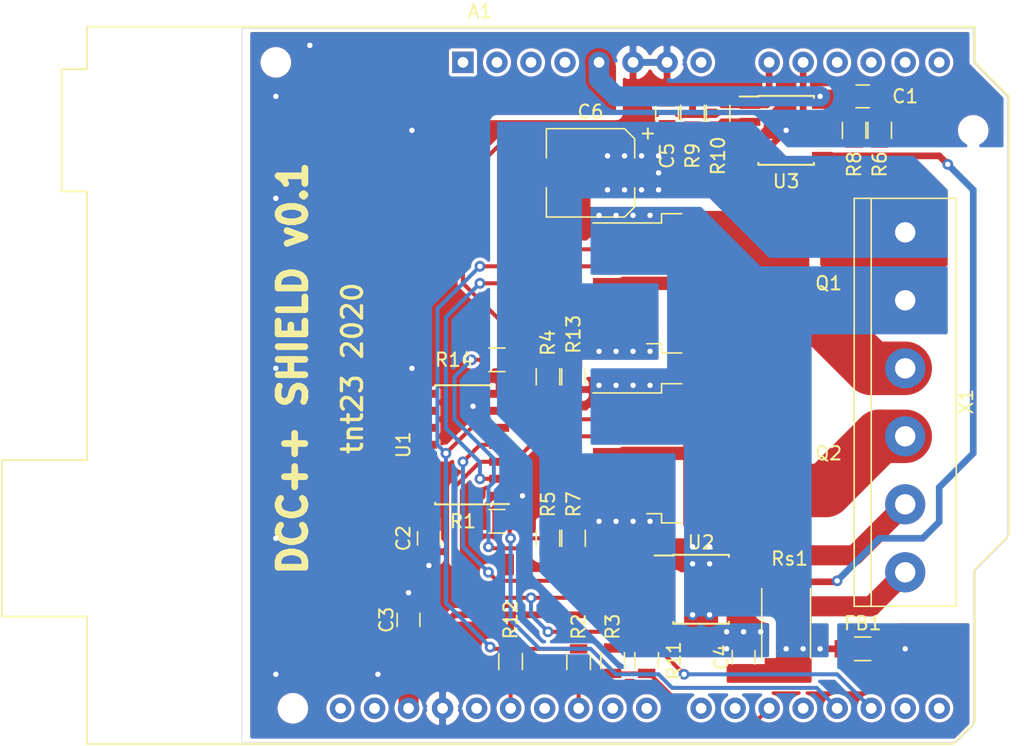
<source format=kicad_pcb>
(kicad_pcb (version 20171130) (host pcbnew "(5.1.5)-2")
  (layers (0 F.Cu signal) (31 B.Cu signal) (34 B.Paste user) (35 F.Paste user) (36 B.SilkS user) (37 F.SilkS user) (38 B.Mask user) (39 F.Mask user) (44 Edge.Cuts user))
  (net 0 "")
  (net 1 "Net-(A1-Pad16)")
  (net 2 "Net-(A1-Pad15)")
  (net 3 "Net-(A1-Pad14)")
  (net 4 "Net-(A1-Pad13)")
  (net 5 "Net-(A1-Pad28)")
  (net 6 "Net-(A1-Pad12)")
  (net 7 "Net-(A1-Pad27)")
  (net 8 "Net-(A1-Pad11)")
  (net 9 "Net-(A1-Pad26)")
  (net 10 "Net-(A1-Pad24)")
  (net 11 "Net-(A1-Pad8)")
  (net 12 "Net-(A1-Pad23)")
  (net 13 "Net-(A1-Pad22)")
  (net 14 "Net-(A1-Pad21)")
  (net 15 "Net-(A1-Pad4)")
  (net 16 "Net-(A1-Pad19)")
  (net 17 "Net-(A1-Pad3)")
  (net 18 "Net-(A1-Pad2)")
  (net 19 "Net-(A1-Pad17)")
  (net 20 "Net-(A1-Pad1)")
  (net 21 "Net-(A1-Pad31)")
  (net 22 "Net-(A1-Pad32)")
  (net 23 "Net-(Q1-Pad3)")
  (net 24 "Net-(Q1-Pad5)")
  (net 25 "Net-(Q2-Pad2)")
  (net 26 "Net-(Q2-Pad5)")
  (net 27 "Net-(Q2-Pad6)")
  (net 28 GND)
  (net 29 MAIN1)
  (net 30 VCC)
  (net 31 MAIN2)
  (net 32 PROG1)
  (net 33 PROG2)
  (net 34 +5V)
  (net 35 "Net-(R1-Pad1)")
  (net 36 /ENABLE_MAIN)
  (net 37 /DCC_SIGNAL_MAIN)
  (net 38 "Net-(R3-Pad1)")
  (net 39 /DCC_SIGNAL_PROG)
  (net 40 "Net-(R6-Pad2)")
  (net 41 "Net-(Rs1-Pad1)")
  (net 42 "Net-(U1-Pad4)")
  (net 43 /A1)
  (net 44 /A0)
  (net 45 "Net-(R10-Pad2)")
  (net 46 "Net-(C5-Pad1)")
  (net 47 "Net-(A1-Pad25)")
  (module Inductors_SMD:L_0805_HandSoldering (layer F.Cu) (at 182.245 122.555)
    (fp_text reference FB1 (at 0 -1.905) (layer F.SilkS))
    (fp_text value Ferrite_Bead_Small)
    (pad 1 smd rect (at -1.35 0) (size 1.5 1.3) (layers F.Cu F.Paste F.Mask) (net 28 GND))
    (pad 2 smd rect (at 1.35 0) (size 1.5 1.3) (layers F.Cu F.Paste F.Mask) (net 28 GND))
  )
  (module Modules:Arduino_UNO_R3_WithMountingHoles (layer F.Cu) (at 152.4 78.74)
    (fp_text reference A1 (at 1.27 -3.81 180) (layer F.SilkS))
    (fp_text value Arduino_UNO_R3)
    (pad "" np_thru_hole circle (at 38.1 5.08 90) (size 1.78 1.78) (drill 1.78) (layers *.Cu *.Mask))
    (pad "" np_thru_hole circle (at 38.1 33.02 90) (size 1.78 1.78) (drill 1.78) (layers *.Cu *.Mask))
    (pad "" np_thru_hole circle (at -12.7 48.26 90) (size 1.78 1.78) (drill 1.78) (layers *.Cu *.Mask))
    (pad "" np_thru_hole circle (at -13.97 0 90) (size 1.78 1.78) (drill 1.78) (layers *.Cu *.Mask))
    (pad 16 thru_hole oval (at 33.02 48.26 90) (size 1.6 1.6) (drill 0.8) (layers *.Cu *.Mask) (net 1 "Net-(A1-Pad16)"))
    (pad 15 thru_hole oval (at 35.56 48.26 90) (size 1.6 1.6) (drill 0.8) (layers *.Cu *.Mask) (net 2 "Net-(A1-Pad15)"))
    (pad 30 thru_hole oval (at -4.06 48.26 90) (size 1.6 1.6) (drill 0.8) (layers *.Cu *.Mask) (net 34 +5V))
    (pad 14 thru_hole oval (at 35.56 0 90) (size 1.6 1.6) (drill 0.8) (layers *.Cu *.Mask) (net 3 "Net-(A1-Pad14)"))
    (pad 29 thru_hole oval (at -1.52 48.26 90) (size 1.6 1.6) (drill 0.8) (layers *.Cu *.Mask) (net 28 GND))
    (pad 13 thru_hole oval (at 33.02 0 90) (size 1.6 1.6) (drill 0.8) (layers *.Cu *.Mask) (net 4 "Net-(A1-Pad13)"))
    (pad 28 thru_hole oval (at 1.02 48.26 90) (size 1.6 1.6) (drill 0.8) (layers *.Cu *.Mask) (net 5 "Net-(A1-Pad28)"))
    (pad 12 thru_hole oval (at 30.48 0 90) (size 1.6 1.6) (drill 0.8) (layers *.Cu *.Mask) (net 6 "Net-(A1-Pad12)"))
    (pad 27 thru_hole oval (at 3.56 48.26 90) (size 1.6 1.6) (drill 0.8) (layers *.Cu *.Mask) (net 7 "Net-(A1-Pad27)"))
    (pad 11 thru_hole oval (at 27.94 0 90) (size 1.6 1.6) (drill 0.8) (layers *.Cu *.Mask) (net 8 "Net-(A1-Pad11)"))
    (pad 26 thru_hole oval (at 6.1 48.26 90) (size 1.6 1.6) (drill 0.8) (layers *.Cu *.Mask) (net 9 "Net-(A1-Pad26)"))
    (pad 10 thru_hole oval (at 25.4 0 90) (size 1.6 1.6) (drill 0.8) (layers *.Cu *.Mask) (net 43 /A1))
    (pad 25 thru_hole oval (at 8.64 48.26 90) (size 1.6 1.6) (drill 0.8) (layers *.Cu *.Mask) (net 47 "Net-(A1-Pad25)"))
    (pad 9 thru_hole oval (at 22.86 0 90) (size 1.6 1.6) (drill 0.8) (layers *.Cu *.Mask) (net 44 /A0))
    (pad 24 thru_hole oval (at 11.18 48.26 90) (size 1.6 1.6) (drill 0.8) (layers *.Cu *.Mask) (net 10 "Net-(A1-Pad24)"))
    (pad 8 thru_hole oval (at 17.78 0 90) (size 1.6 1.6) (drill 0.8) (layers *.Cu *.Mask) (net 11 "Net-(A1-Pad8)"))
    (pad 23 thru_hole oval (at 13.72 48.26 90) (size 1.6 1.6) (drill 0.8) (layers *.Cu *.Mask) (net 12 "Net-(A1-Pad23)"))
    (pad 7 thru_hole oval (at 15.24 0 90) (size 1.6 1.6) (drill 0.8) (layers *.Cu *.Mask) (net 28 GND))
    (pad 22 thru_hole oval (at 17.78 48.26 90) (size 1.6 1.6) (drill 0.8) (layers *.Cu *.Mask) (net 13 "Net-(A1-Pad22)"))
    (pad 6 thru_hole oval (at 12.7 0 90) (size 1.6 1.6) (drill 0.8) (layers *.Cu *.Mask) (net 28 GND))
    (pad 21 thru_hole oval (at 20.32 48.26 90) (size 1.6 1.6) (drill 0.8) (layers *.Cu *.Mask) (net 14 "Net-(A1-Pad21)"))
    (pad 5 thru_hole oval (at 10.16 0 90) (size 1.6 1.6) (drill 0.8) (layers *.Cu *.Mask) (net 34 +5V))
    (pad 20 thru_hole oval (at 22.86 48.26 90) (size 1.6 1.6) (drill 0.8) (layers *.Cu *.Mask) (net 39 /DCC_SIGNAL_PROG))
    (pad 4 thru_hole oval (at 7.62 0 90) (size 1.6 1.6) (drill 0.8) (layers *.Cu *.Mask) (net 15 "Net-(A1-Pad4)"))
    (pad 19 thru_hole oval (at 25.4 48.26 90) (size 1.6 1.6) (drill 0.8) (layers *.Cu *.Mask) (net 16 "Net-(A1-Pad19)"))
    (pad 3 thru_hole oval (at 5.08 0 90) (size 1.6 1.6) (drill 0.8) (layers *.Cu *.Mask) (net 17 "Net-(A1-Pad3)"))
    (pad 18 thru_hole oval (at 27.94 48.26 90) (size 1.6 1.6) (drill 0.8) (layers *.Cu *.Mask) (net 36 /ENABLE_MAIN))
    (pad 2 thru_hole oval (at 2.54 0 90) (size 1.6 1.6) (drill 0.8) (layers *.Cu *.Mask) (net 18 "Net-(A1-Pad2)"))
    (pad 17 thru_hole oval (at 30.48 48.26 90) (size 1.6 1.6) (drill 0.8) (layers *.Cu *.Mask) (net 19 "Net-(A1-Pad17)"))
    (pad 1 thru_hole rect (at 0 0 90) (size 1.6 1.6) (drill 0.8) (layers *.Cu *.Mask) (net 20 "Net-(A1-Pad1)"))
    (pad 31 thru_hole oval (at -6.6 48.26 90) (size 1.6 1.6) (drill 0.8) (layers *.Cu *.Mask) (net 21 "Net-(A1-Pad31)"))
    (pad 32 thru_hole oval (at -9.14 48.26 90) (size 1.6 1.6) (drill 0.8) (layers *.Cu *.Mask) (net 22 "Net-(A1-Pad32)"))
  )
  (module Capacitors_SMD:CP_Elec_6.3x5.3 (layer F.Cu) (at 161.925 86.995 180)
    (fp_text reference C6 (at 0 4.56) (layer F.SilkS))
    (fp_text value "100uF 50V")
    (fp_text user + (at -4.28 3.01) (layer F.SilkS))
    (pad 1 smd rect (at -2.7 0) (size 3.5 1.6) (layers F.Cu F.Paste F.Mask) (net 30 VCC))
    (pad 2 smd rect (at 2.7 0) (size 3.5 1.6) (layers F.Cu F.Paste F.Mask) (net 28 GND))
  )
  (module Resistors_SMD:R_0805 (layer F.Cu) (at 154.94 100.965 180)
    (fp_text reference R14 (at 3.175 0) (layer F.SilkS))
    (fp_text value DNF)
    (pad 1 smd rect (at -0.95 0 180) (size 0.7 1.3) (layers F.Cu F.Paste F.Mask) (net 46 "Net-(C5-Pad1)"))
    (pad 2 smd rect (at 0.95 0 180) (size 0.7 1.3) (layers F.Cu F.Paste F.Mask) (net 27 "Net-(Q2-Pad6)"))
  )
  (module Resistors_SMD:R_0805 (layer F.Cu) (at 160.655 102.235 90)
    (fp_text reference R13 (at 3.175 0 90) (layer F.SilkS))
    (fp_text value TBD)
    (pad 1 smd rect (at -0.95 0 90) (size 0.7 1.3) (layers F.Cu F.Paste F.Mask) (net 28 GND))
    (pad 2 smd rect (at 0.95 0 90) (size 0.7 1.3) (layers F.Cu F.Paste F.Mask) (net 46 "Net-(C5-Pad1)"))
  )
  (module Capacitors_SMD:C_0805 (layer F.Cu) (at 167.64 82.55 90)
    (fp_text reference C5 (at -3.175 0 90) (layer F.SilkS))
    (fp_text value DNF)
    (pad 1 smd rect (at -1 0 90) (size 1 1.25) (layers F.Cu F.Paste F.Mask) (net 46 "Net-(C5-Pad1)"))
    (pad 2 smd rect (at 1 0 90) (size 1 1.25) (layers F.Cu F.Paste F.Mask) (net 28 GND))
  )
  (module Capacitors_SMD:C_0805 (layer F.Cu) (at 173.355 123.19 270)
    (fp_text reference C4 (at 0 1.651 90) (layer F.SilkS))
    (fp_text value 100nF)
    (pad 1 smd rect (at -1 0 270) (size 1 1.25) (layers F.Cu F.Paste F.Mask) (net 30 VCC))
    (pad 2 smd rect (at 1 0 270) (size 1 1.25) (layers F.Cu F.Paste F.Mask) (net 28 GND))
  )
  (module Capacitors_SMD:C_0805 (layer F.Cu) (at 148.336 120.396 90)
    (fp_text reference C3 (at 0 -1.651 90) (layer F.SilkS))
    (fp_text value 100nF)
    (pad 1 smd rect (at -1 0 90) (size 1 1.25) (layers F.Cu F.Paste F.Mask) (net 34 +5V))
    (pad 2 smd rect (at 1 0 90) (size 1 1.25) (layers F.Cu F.Paste F.Mask) (net 28 GND))
  )
  (module Capacitors_SMD:C_0805 (layer F.Cu) (at 149.86 114.3 270)
    (fp_text reference C2 (at 0 1.905 90) (layer F.SilkS))
    (fp_text value 100nF)
    (pad 1 smd rect (at -1 0 270) (size 1 1.25) (layers F.Cu F.Paste F.Mask) (net 34 +5V))
    (pad 2 smd rect (at 1 0 270) (size 1 1.25) (layers F.Cu F.Paste F.Mask) (net 28 GND))
  )
  (module Capacitors_SMD:C_0805 (layer F.Cu) (at 182.245 81.28)
    (fp_text reference C1 (at 3.175 0) (layer F.SilkS))
    (fp_text value 100nF)
    (pad 1 smd rect (at -1 0) (size 1 1.25) (layers F.Cu F.Paste F.Mask) (net 34 +5V))
    (pad 2 smd rect (at 1 0) (size 1 1.25) (layers F.Cu F.Paste F.Mask) (net 28 GND))
  )
  (module Resistors_SMD:R_0805 (layer F.Cu) (at 155.956 123.51 90)
    (fp_text reference R12 (at 3.114 0 90) (layer F.SilkS))
    (fp_text value DNF)
    (pad 1 smd rect (at -0.95 0 90) (size 0.7 1.3) (layers F.Cu F.Paste F.Mask) (net 7 "Net-(A1-Pad27)"))
    (pad 2 smd rect (at 0.95 0 90) (size 0.7 1.3) (layers F.Cu F.Paste F.Mask) (net 37 /DCC_SIGNAL_MAIN))
  )
  (module Resistors_SMD:R_0805 (layer F.Cu) (at 166.116 123.444 270)
    (fp_text reference R11 (at 0 -2.032 270) (layer F.SilkS))
    (fp_text value DNF)
    (pad 1 smd rect (at -0.95 0 270) (size 0.7 1.3) (layers F.Cu F.Paste F.Mask) (net 19 "Net-(A1-Pad17)"))
    (pad 2 smd rect (at 0.95 0 270) (size 0.7 1.3) (layers F.Cu F.Paste F.Mask) (net 39 /DCC_SIGNAL_PROG))
  )
  (module Resistors_SMD:R_0805 (layer F.Cu) (at 171.45 82.55 270)
    (fp_text reference R10 (at 3.175 0 90) (layer F.SilkS))
    (fp_text value 10K)
    (pad 1 smd rect (at -0.95 0 270) (size 0.7 1.3) (layers F.Cu F.Paste F.Mask) (net 44 /A0))
    (pad 2 smd rect (at 0.95 0 270) (size 0.7 1.3) (layers F.Cu F.Paste F.Mask) (net 45 "Net-(R10-Pad2)"))
  )
  (module Resistors_SMD:R_0805 (layer F.Cu) (at 169.545 82.55 270)
    (fp_text reference R9 (at 3.175 0 90) (layer F.SilkS))
    (fp_text value 1K)
    (pad 1 smd rect (at -0.95 0 270) (size 0.7 1.3) (layers F.Cu F.Paste F.Mask) (net 28 GND))
    (pad 2 smd rect (at 0.95 0 270) (size 0.7 1.3) (layers F.Cu F.Paste F.Mask) (net 45 "Net-(R10-Pad2)"))
  )
  (module Housings_SOIC:SOIC-8_3.9x4.9mm_Pitch1.27mm (layer F.Cu) (at 176.53 83.82)
    (fp_text reference U3 (at 0 3.81) (layer F.SilkS))
    (fp_text value LM358)
    (pad 1 smd rect (at -2.7 -1.905) (size 1.55 0.6) (layers F.Cu F.Paste F.Mask) (net 44 /A0))
    (pad 2 smd rect (at -2.7 -0.635) (size 1.55 0.6) (layers F.Cu F.Paste F.Mask) (net 45 "Net-(R10-Pad2)"))
    (pad 3 smd rect (at -2.7 0.635) (size 1.55 0.6) (layers F.Cu F.Paste F.Mask) (net 46 "Net-(C5-Pad1)"))
    (pad 4 smd rect (at -2.7 1.905) (size 1.55 0.6) (layers F.Cu F.Paste F.Mask) (net 28 GND))
    (pad 5 smd rect (at 2.7 1.905) (size 1.55 0.6) (layers F.Cu F.Paste F.Mask) (net 41 "Net-(Rs1-Pad1)"))
    (pad 6 smd rect (at 2.7 0.635) (size 1.55 0.6) (layers F.Cu F.Paste F.Mask) (net 40 "Net-(R6-Pad2)"))
    (pad 7 smd rect (at 2.7 -0.635) (size 1.55 0.6) (layers F.Cu F.Paste F.Mask) (net 43 /A1))
    (pad 8 smd rect (at 2.7 -1.905) (size 1.55 0.6) (layers F.Cu F.Paste F.Mask) (net 34 +5V))
  )
  (module Resistors_SMD:R_2512 (layer F.Cu) (at 176.53 120.65 270)
    (fp_text reference Rs1 (at -4.826 -0.254 180) (layer F.SilkS))
    (fp_text value "0R25 1% 1W")
    (pad 1 smd rect (at -3.1 0 270) (size 1 3.2) (layers F.Cu F.Paste F.Mask) (net 41 "Net-(Rs1-Pad1)"))
    (pad 2 smd rect (at 3.1 0 270) (size 1 3.2) (layers F.Cu F.Paste F.Mask) (net 28 GND))
  )
  (module Resistors_SMD:R_0805 (layer F.Cu) (at 181.61 83.82 270)
    (fp_text reference R8 (at 2.54 0 90) (layer F.SilkS))
    (fp_text value 10K)
    (pad 1 smd rect (at -0.95 0 270) (size 0.7 1.3) (layers F.Cu F.Paste F.Mask) (net 43 /A1))
    (pad 2 smd rect (at 0.95 0 270) (size 0.7 1.3) (layers F.Cu F.Paste F.Mask) (net 40 "Net-(R6-Pad2)"))
  )
  (module Resistors_SMD:R_0805 (layer F.Cu) (at 160.655 114.3 90)
    (fp_text reference R7 (at 2.54 0 90) (layer F.SilkS))
    (fp_text value TBD)
    (pad 1 smd rect (at -0.95 0 90) (size 0.7 1.3) (layers F.Cu F.Paste F.Mask) (net 28 GND))
    (pad 2 smd rect (at 0.95 0 90) (size 0.7 1.3) (layers F.Cu F.Paste F.Mask) (net 27 "Net-(Q2-Pad6)"))
  )
  (module Resistors_SMD:R_0805 (layer F.Cu) (at 183.515 83.82 270)
    (fp_text reference R6 (at 2.54 0 90) (layer F.SilkS))
    (fp_text value 1K)
    (pad 1 smd rect (at -0.95 0 270) (size 0.7 1.3) (layers F.Cu F.Paste F.Mask) (net 28 GND))
    (pad 2 smd rect (at 0.95 0 270) (size 0.7 1.3) (layers F.Cu F.Paste F.Mask) (net 40 "Net-(R6-Pad2)"))
  )
  (module Resistors_SMD:R_0805 (layer F.Cu) (at 158.75 114.3 90)
    (fp_text reference R5 (at 2.54 0 90) (layer F.SilkS))
    (fp_text value 1K)
    (pad 1 smd rect (at -0.95 0 90) (size 0.7 1.3) (layers F.Cu F.Paste F.Mask) (net 28 GND))
    (pad 2 smd rect (at 0.95 0 90) (size 0.7 1.3) (layers F.Cu F.Paste F.Mask) (net 26 "Net-(Q2-Pad5)"))
  )
  (module Resistors_SMD:R_0805 (layer F.Cu) (at 158.75 102.235 90)
    (fp_text reference R4 (at 2.54 0 90) (layer F.SilkS))
    (fp_text value 1K)
    (pad 1 smd rect (at -0.95 0 90) (size 0.7 1.3) (layers F.Cu F.Paste F.Mask) (net 28 GND))
    (pad 2 smd rect (at 0.95 0 90) (size 0.7 1.3) (layers F.Cu F.Paste F.Mask) (net 24 "Net-(Q1-Pad5)"))
  )
  (module Resistors_SMD:R_0805 (layer F.Cu) (at 163.576 123.444 270)
    (fp_text reference R3 (at -2.54 0 90) (layer F.SilkS))
    (fp_text value 10K)
    (pad 1 smd rect (at -0.95 0 270) (size 0.7 1.3) (layers F.Cu F.Paste F.Mask) (net 38 "Net-(R3-Pad1)"))
    (pad 2 smd rect (at 0.95 0 270) (size 0.7 1.3) (layers F.Cu F.Paste F.Mask) (net 39 /DCC_SIGNAL_PROG))
  )
  (module Resistors_SMD:R_0805 (layer F.Cu) (at 161.036 123.51 90)
    (fp_text reference R2 (at 2.606 0 90) (layer F.SilkS))
    (fp_text value 10K)
    (pad 1 smd rect (at -0.95 0 90) (size 0.7 1.3) (layers F.Cu F.Paste F.Mask) (net 47 "Net-(A1-Pad25)"))
    (pad 2 smd rect (at 0.95 0 90) (size 0.7 1.3) (layers F.Cu F.Paste F.Mask) (net 37 /DCC_SIGNAL_MAIN))
  )
  (module Resistors_SMD:R_0805 (layer F.Cu) (at 154.94 113.03)
    (fp_text reference R1 (at -2.54 0) (layer F.SilkS))
    (fp_text value 10K)
    (pad 1 smd rect (at -0.95 0) (size 0.7 1.3) (layers F.Cu F.Paste F.Mask) (net 35 "Net-(R1-Pad1)"))
    (pad 2 smd rect (at 0.95 0) (size 0.7 1.3) (layers F.Cu F.Paste F.Mask) (net 36 /ENABLE_MAIN))
  )
  (module Connectors_Terminal_Blocks:TerminalBlock_bornier-6_P5.08mm (layer F.Cu) (at 185.42 91.44 270)
    (fp_text reference X1 (at 12.65 -4.55 90) (layer F.SilkS))
    (fp_text value Conn_01x06)
    (pad 2 thru_hole circle (at 5.08 0 270) (size 3 3) (drill 1.52) (layers *.Cu *.Mask) (net 28 GND))
    (pad 3 thru_hole circle (at 10.16 0 270) (size 3 3) (drill 1.52) (layers *.Cu *.Mask) (net 29 MAIN1))
    (pad 1 thru_hole rect (at 0 0 270) (size 3 3) (drill 1.52) (layers *.Cu *.Mask) (net 30 VCC))
    (pad 4 thru_hole circle (at 15.24 0 270) (size 3 3) (drill 1.52) (layers *.Cu *.Mask) (net 31 MAIN2))
    (pad 5 thru_hole circle (at 20.32 0 270) (size 3 3) (drill 1.52) (layers *.Cu *.Mask) (net 32 PROG1))
    (pad 6 thru_hole circle (at 25.4 0 270) (size 3 3) (drill 1.52) (layers *.Cu *.Mask) (net 33 PROG2))
  )
  (module Housings_SOIC:SOIC-8-1EP_3.9x4.9mm_Pitch1.27mm (layer F.Cu) (at 170.18 118.11)
    (fp_text reference U2 (at 0 -3.5) (layer F.SilkS))
    (fp_text value A4953_LJ)
    (pad 1 smd rect (at -2.7 -1.905) (size 1.55 0.6) (layers F.Cu F.Paste F.Mask) (net 28 GND))
    (pad 2 smd rect (at -2.7 -0.635) (size 1.55 0.6) (layers F.Cu F.Paste F.Mask) (net 42 "Net-(U1-Pad4)"))
    (pad 3 smd rect (at -2.7 0.635) (size 1.55 0.6) (layers F.Cu F.Paste F.Mask) (net 38 "Net-(R3-Pad1)"))
    (pad 4 smd rect (at -2.7 1.905) (size 1.55 0.6) (layers F.Cu F.Paste F.Mask) (net 34 +5V))
    (pad 5 smd rect (at 2.7 1.905) (size 1.55 0.6) (layers F.Cu F.Paste F.Mask) (net 30 VCC))
    (pad 6 smd rect (at 2.7 0.635) (size 1.55 0.6) (layers F.Cu F.Paste F.Mask) (net 33 PROG2))
    (pad 7 smd rect (at 2.7 -0.635) (size 1.55 0.6) (layers F.Cu F.Paste F.Mask) (net 41 "Net-(Rs1-Pad1)"))
    (pad 8 smd rect (at 2.7 -1.905) (size 1.55 0.6) (layers F.Cu F.Paste F.Mask) (net 32 PROG1))
    (pad 9 smd rect (at 0.5875 0.5875) (size 1.175 1.175) (layers F.Cu F.Paste F.Mask) (net 28 GND))
    (pad 9 smd rect (at 0.5875 -0.5875) (size 1.175 1.175) (layers F.Cu F.Paste F.Mask) (net 28 GND))
    (pad 9 smd rect (at -0.5875 0.5875) (size 1.175 1.175) (layers F.Cu F.Paste F.Mask) (net 28 GND))
    (pad 9 smd rect (at -0.5875 -0.5875) (size 1.175 1.175) (layers F.Cu F.Paste F.Mask) (net 28 GND))
  )
  (module Housings_SOIC:SOIC-14_3.9x8.7mm_Pitch1.27mm (layer F.Cu) (at 152.4 107.315 180)
    (fp_text reference U1 (at 4.445 0 90) (layer F.SilkS))
    (fp_text value 74HC04)
    (pad 1 smd rect (at -2.7 -3.81 180) (size 1.5 0.6) (layers F.Cu F.Paste F.Mask) (net 35 "Net-(R1-Pad1)"))
    (pad 2 smd rect (at -2.7 -2.54 180) (size 1.5 0.6) (layers F.Cu F.Paste F.Mask) (net 23 "Net-(Q1-Pad3)"))
    (pad 3 smd rect (at -2.7 -1.27 180) (size 1.5 0.6) (layers F.Cu F.Paste F.Mask) (net 38 "Net-(R3-Pad1)"))
    (pad 4 smd rect (at -2.7 0 180) (size 1.5 0.6) (layers F.Cu F.Paste F.Mask) (net 42 "Net-(U1-Pad4)"))
    (pad 5 smd rect (at -2.7 1.27 180) (size 1.5 0.6) (layers F.Cu F.Paste F.Mask) (net 37 /DCC_SIGNAL_MAIN))
    (pad 6 smd rect (at -2.7 2.54 180) (size 1.5 0.6) (layers F.Cu F.Paste F.Mask) (net 25 "Net-(Q2-Pad2)"))
    (pad 7 smd rect (at -2.7 3.81 180) (size 1.5 0.6) (layers F.Cu F.Paste F.Mask) (net 28 GND))
    (pad 8 smd rect (at 2.7 3.81 180) (size 1.5 0.6) (layers F.Cu F.Paste F.Mask))
    (pad 9 smd rect (at 2.7 2.54 180) (size 1.5 0.6) (layers F.Cu F.Paste F.Mask))
    (pad 10 smd rect (at 2.7 1.27 180) (size 1.5 0.6) (layers F.Cu F.Paste F.Mask))
    (pad 11 smd rect (at 2.7 0 180) (size 1.5 0.6) (layers F.Cu F.Paste F.Mask))
    (pad 12 smd rect (at 2.7 -1.27 180) (size 1.5 0.6) (layers F.Cu F.Paste F.Mask))
    (pad 13 smd rect (at 2.7 -2.54 180) (size 1.5 0.6) (layers F.Cu F.Paste F.Mask))
    (pad 14 smd rect (at 2.7 -3.81 180) (size 1.5 0.6) (layers F.Cu F.Paste F.Mask) (net 34 +5V))
  )
  (module TO_SOT_Packages_SMD:TO-263-7_TabPin8 (layer F.Cu) (at 170.18 107.95)
    (fp_text reference Q2 (at 9.525 0) (layer F.SilkS))
    (fp_text value BTN8982TA)
    (pad 1 smd rect (at -5.775 -3.81) (size 4.6 0.8) (layers F.Cu F.Paste F.Mask) (net 28 GND))
    (pad 2 smd rect (at -5.775 -2.54) (size 4.6 0.8) (layers F.Cu F.Paste F.Mask) (net 25 "Net-(Q2-Pad2)"))
    (pad 3 smd rect (at -5.775 -1.27) (size 4.6 0.8) (layers F.Cu F.Paste F.Mask) (net 23 "Net-(Q1-Pad3)"))
    (pad 4 smd rect (at -5.775 0) (size 4.6 0.8) (layers F.Cu F.Paste F.Mask) (net 31 MAIN2))
    (pad 5 smd rect (at -5.775 1.27) (size 4.6 0.8) (layers F.Cu F.Paste F.Mask) (net 26 "Net-(Q2-Pad5)"))
    (pad 6 smd rect (at -5.775 2.54) (size 4.6 0.8) (layers F.Cu F.Paste F.Mask) (net 27 "Net-(Q2-Pad6)"))
    (pad 7 smd rect (at -5.775 3.81) (size 4.6 0.8) (layers F.Cu F.Paste F.Mask) (net 30 VCC))
    (pad 8 smd rect (at 3.375 0) (size 9.4 10.8) (layers F.Cu F.Mask) (net 31 MAIN2))
    (pad 8 smd rect (at 5.8 2.775) (size 4.55 5.25) (layers F.Cu F.Paste) (net 31 MAIN2))
    (pad 8 smd rect (at 0.95 -2.775) (size 4.55 5.25) (layers F.Cu F.Paste) (net 31 MAIN2))
    (pad 8 smd rect (at 5.8 -2.775) (size 4.55 5.25) (layers F.Cu F.Paste) (net 31 MAIN2))
    (pad 8 smd rect (at 0.95 2.775) (size 4.55 5.25) (layers F.Cu F.Paste) (net 31 MAIN2))
  )
  (module TO_SOT_Packages_SMD:TO-263-7_TabPin8 (layer F.Cu) (at 170.18 95.25)
    (fp_text reference Q1 (at 9.525 0) (layer F.SilkS))
    (fp_text value BTN8982TA)
    (pad 1 smd rect (at -5.775 -3.81) (size 4.6 0.8) (layers F.Cu F.Paste F.Mask) (net 28 GND))
    (pad 2 smd rect (at -5.775 -2.54) (size 4.6 0.8) (layers F.Cu F.Paste F.Mask) (net 37 /DCC_SIGNAL_MAIN))
    (pad 3 smd rect (at -5.775 -1.27) (size 4.6 0.8) (layers F.Cu F.Paste F.Mask) (net 23 "Net-(Q1-Pad3)"))
    (pad 4 smd rect (at -5.775 0) (size 4.6 0.8) (layers F.Cu F.Paste F.Mask) (net 29 MAIN1))
    (pad 5 smd rect (at -5.775 1.27) (size 4.6 0.8) (layers F.Cu F.Paste F.Mask) (net 24 "Net-(Q1-Pad5)"))
    (pad 6 smd rect (at -5.775 2.54) (size 4.6 0.8) (layers F.Cu F.Paste F.Mask) (net 46 "Net-(C5-Pad1)"))
    (pad 7 smd rect (at -5.775 3.81) (size 4.6 0.8) (layers F.Cu F.Paste F.Mask) (net 30 VCC))
    (pad 8 smd rect (at 3.375 0) (size 9.4 10.8) (layers F.Cu F.Mask) (net 29 MAIN1))
    (pad 8 smd rect (at 5.8 2.775) (size 4.55 5.25) (layers F.Cu F.Paste) (net 29 MAIN1))
    (pad 8 smd rect (at 0.95 -2.775) (size 4.55 5.25) (layers F.Cu F.Paste) (net 29 MAIN1))
    (pad 8 smd rect (at 5.8 -2.775) (size 4.55 5.25) (layers F.Cu F.Paste) (net 29 MAIN1))
    (pad 8 smd rect (at 0.95 2.775) (size 4.55 5.25) (layers F.Cu F.Paste) (net 29 MAIN1))
  )
  (gr_text "tnt23 2020" (at 144.145 101.6 90) (layer F.SilkS) (effects (font (size 1.5 1.5) (thickness 0.25))))
  (gr_text "DCC++ SHIELD v0.1" (at 139.7 101.6 90) (layer F.SilkS) (effects (font (size 2 2) (thickness 0.5))))
  (gr_line (start 190.5 78.74) (end 190.5 76.2) (layer Edge.Cuts) (width 0.05))
  (gr_line (start 193.04 81.28) (end 190.5 78.74) (layer Edge.Cuts) (width 0.05))
  (gr_line (start 193.04 114.3) (end 193.04 81.28) (layer Edge.Cuts) (width 0.05))
  (gr_line (start 190.5 116.84) (end 193.04 114.3) (layer Edge.Cuts) (width 0.05))
  (gr_line (start 190.5 128.27) (end 190.5 116.84) (layer Edge.Cuts) (width 0.05))
  (gr_line (start 189.23 129.54) (end 190.5 128.27) (layer Edge.Cuts) (width 0.05))
  (gr_line (start 135.89 129.54) (end 189.23 129.54) (layer Edge.Cuts) (width 0.05))
  (gr_line (start 135.89 76.2) (end 135.89 129.54) (layer Edge.Cuts) (width 0.05))
  (gr_line (start 190.5 76.2) (end 135.89 76.2) (layer Edge.Cuts) (width 0.05))
  (segment (start 155.96 124.464) (end 155.956 124.46) (width 0.3) (layer F.Cu) (net 7))
  (segment (start 155.96 127) (end 155.96 124.464) (width 0.3) (layer F.Cu) (net 7))
  (segment (start 180.34 124.46) (end 168.656 124.46) (width 0.3) (layer B.Cu) (net 19))
  (segment (start 182.88 127) (end 180.34 124.46) (width 0.3) (layer B.Cu) (net 19))
  (via (at 168.91 124.46) (size 0.8) (drill 0.4) (layers F.Cu B.Cu) (net 19))
  (segment (start 166.944 122.494) (end 168.91 124.46) (width 0.3) (layer F.Cu) (net 19))
  (segment (start 166.116 122.494) (end 166.944 122.494) (width 0.3) (layer F.Cu) (net 19))
  (segment (start 164.405 106.68) (end 158.115 106.68) (width 0.3) (layer F.Cu) (net 23))
  (segment (start 158.115 106.68) (end 156.845 107.95) (width 0.3) (layer F.Cu) (net 23))
  (segment (start 156.21 109.855) (end 155.1 109.855) (width 0.3) (layer F.Cu) (net 23))
  (segment (start 156.845 109.22) (end 156.21 109.855) (width 0.3) (layer F.Cu) (net 23))
  (segment (start 156.845 107.95) (end 156.845 109.22) (width 0.3) (layer F.Cu) (net 23))
  (via (at 153.67 109.855) (size 0.8) (drill 0.4) (layers F.Cu B.Cu) (net 23))
  (segment (start 155.1 109.855) (end 153.67 109.855) (width 0.3) (layer F.Cu) (net 23))
  (segment (start 153.67 108.621061) (end 151.13 106.081061) (width 0.3) (layer B.Cu) (net 23))
  (via (at 153.67 95.25) (size 0.8) (drill 0.4) (layers F.Cu B.Cu) (net 23))
  (segment (start 151.13 97.79) (end 153.270001 95.649999) (width 0.3) (layer B.Cu) (net 23))
  (segment (start 153.270001 95.649999) (end 153.67 95.25) (width 0.3) (layer B.Cu) (net 23))
  (segment (start 153.67 109.855) (end 153.67 108.621061) (width 0.3) (layer B.Cu) (net 23))
  (segment (start 151.13 106.081061) (end 151.13 97.79) (width 0.3) (layer B.Cu) (net 23))
  (segment (start 160.02 95.25) (end 153.67 95.25) (width 0.3) (layer F.Cu) (net 23))
  (segment (start 164.405 93.98) (end 161.29 93.98) (width 0.3) (layer F.Cu) (net 23))
  (segment (start 161.29 93.98) (end 160.02 95.25) (width 0.3) (layer F.Cu) (net 23))
  (segment (start 158.75 101.285) (end 158.75 98.9) (width 0.5) (layer F.Cu) (net 24))
  (segment (start 161.13 96.52) (end 164.405 96.52) (width 0.5) (layer F.Cu) (net 24))
  (segment (start 158.75 98.9) (end 161.13 96.52) (width 0.5) (layer F.Cu) (net 24))
  (segment (start 156.21 104.775) (end 155.1 104.775) (width 0.3) (layer F.Cu) (net 25))
  (segment (start 164.405 105.41) (end 156.845 105.41) (width 0.3) (layer F.Cu) (net 25))
  (segment (start 156.845 105.41) (end 156.21 104.775) (width 0.3) (layer F.Cu) (net 25))
  (segment (start 158.75 111.76) (end 158.75 112.5) (width 0.5) (layer F.Cu) (net 26))
  (segment (start 158.75 112.5) (end 158.75 113.35) (width 0.5) (layer F.Cu) (net 26))
  (segment (start 164.405 109.22) (end 161.29 109.22) (width 0.5) (layer F.Cu) (net 26))
  (segment (start 161.29 109.22) (end 158.75 111.76) (width 0.5) (layer F.Cu) (net 26))
  (segment (start 161.605 110.49) (end 164.405 110.49) (width 0.5) (layer F.Cu) (net 27))
  (segment (start 160.655 111.44) (end 161.605 110.49) (width 0.5) (layer F.Cu) (net 27))
  (segment (start 160.655 113.35) (end 160.655 111.44) (width 0.5) (layer F.Cu) (net 27))
  (segment (start 160.655 114) (end 160.355 114.3) (width 0.3) (layer F.Cu) (net 27))
  (segment (start 160.655 113.35) (end 160.655 114) (width 0.3) (layer F.Cu) (net 27))
  (segment (start 160.355 114.3) (end 157.48 114.3) (width 0.3) (layer F.Cu) (net 27))
  (segment (start 154.420001 115.050001) (end 154.305 114.935) (width 0.3) (layer F.Cu) (net 27))
  (via (at 154.305 114.935) (size 0.8) (drill 0.4) (layers F.Cu B.Cu) (net 27))
  (segment (start 157.48 114.3) (end 156.729999 115.050001) (width 0.3) (layer F.Cu) (net 27))
  (segment (start 156.729999 115.050001) (end 154.420001 115.050001) (width 0.3) (layer F.Cu) (net 27))
  (via (at 153.035 100.965) (size 0.8) (drill 0.4) (layers F.Cu B.Cu) (net 27))
  (segment (start 152.4 101.6) (end 153.035 100.965) (width 0.3) (layer B.Cu) (net 27))
  (segment (start 151.765 102.235) (end 152.4 101.6) (width 0.3) (layer B.Cu) (net 27))
  (segment (start 154.305 114.935) (end 154.305 110.49) (width 0.3) (layer B.Cu) (net 27))
  (segment (start 154.704999 108.349999) (end 151.765 105.41) (width 0.3) (layer B.Cu) (net 27))
  (segment (start 154.704999 110.090001) (end 154.704999 108.349999) (width 0.3) (layer B.Cu) (net 27))
  (segment (start 154.305 110.49) (end 154.704999 110.090001) (width 0.3) (layer B.Cu) (net 27))
  (segment (start 151.765 105.41) (end 151.765 102.235) (width 0.3) (layer B.Cu) (net 27))
  (segment (start 153.99 100.965) (end 153.035 100.965) (width 0.3) (layer F.Cu) (net 27))
  (via (at 169.545 116.205) (size 0.8) (drill 0.4) (layers F.Cu B.Cu) (net 28))
  (segment (start 169.5925 116.2525) (end 169.545 116.205) (width 0.5) (layer F.Cu) (net 28))
  (via (at 170.815 116.205) (size 0.8) (drill 0.4) (layers F.Cu B.Cu) (net 28))
  (via (at 170.815 120.015) (size 0.8) (drill 0.4) (layers F.Cu B.Cu) (net 28))
  (via (at 169.545 120.015) (size 0.8) (drill 0.4) (layers F.Cu B.Cu) (net 28))
  (via (at 176.53 122.555) (size 0.8) (drill 0.4) (layers F.Cu B.Cu) (net 28))
  (via (at 177.8 122.555) (size 0.8) (drill 0.4) (layers F.Cu B.Cu) (net 28))
  (via (at 162.56 102.87) (size 0.8) (drill 0.4) (layers F.Cu B.Cu) (net 28))
  (via (at 163.83 102.87) (size 0.8) (drill 0.4) (layers F.Cu B.Cu) (net 28))
  (via (at 165.1 102.87) (size 0.8) (drill 0.4) (layers F.Cu B.Cu) (net 28))
  (via (at 166.37 102.87) (size 0.8) (drill 0.4) (layers F.Cu B.Cu) (net 28))
  (via (at 166.37 90.17) (size 0.8) (drill 0.4) (layers F.Cu B.Cu) (net 28))
  (via (at 162.56 90.17) (size 0.8) (drill 0.4) (layers F.Cu B.Cu) (net 28))
  (via (at 163.83 90.17) (size 0.8) (drill 0.4) (layers F.Cu B.Cu) (net 28))
  (via (at 165.1 90.17) (size 0.8) (drill 0.4) (layers F.Cu B.Cu) (net 28))
  (via (at 169.545 114.935) (size 0.8) (drill 0.4) (layers F.Cu B.Cu) (net 28))
  (via (at 170.815 114.935) (size 0.8) (drill 0.4) (layers F.Cu B.Cu) (net 28))
  (segment (start 169.495 81.55) (end 169.545 81.6) (width 0.5) (layer F.Cu) (net 28))
  (segment (start 167.64 81.55) (end 169.495 81.55) (width 0.5) (layer F.Cu) (net 28))
  (via (at 176.53 83.82) (size 0.8) (drill 0.4) (layers F.Cu B.Cu) (net 28))
  (segment (start 174.625 85.725) (end 176.53 83.82) (width 0.5) (layer F.Cu) (net 28))
  (segment (start 173.83 85.725) (end 174.625 85.725) (width 0.5) (layer F.Cu) (net 28))
  (via (at 148.336 118.364) (size 0.8) (drill 0.4) (layers F.Cu B.Cu) (net 28))
  (segment (start 148.336 119.396) (end 148.336 118.364) (width 1) (layer F.Cu) (net 28))
  (via (at 149.86 116.332) (size 0.8) (drill 0.4) (layers F.Cu B.Cu) (net 28))
  (segment (start 149.86 115.3) (end 149.86 116.332) (width 1) (layer F.Cu) (net 28))
  (via (at 148.59 83.82) (size 0.8) (drill 0.4) (layers F.Cu B.Cu) (net 28))
  (via (at 148.59 101.6) (size 0.8) (drill 0.4) (layers F.Cu B.Cu) (net 28))
  (via (at 140.97 77.47) (size 0.8) (drill 0.4) (layers F.Cu B.Cu) (net 28))
  (via (at 138.43 81.28) (size 0.8) (drill 0.4) (layers F.Cu B.Cu) (net 28))
  (via (at 138.43 88.9) (size 0.8) (drill 0.4) (layers F.Cu B.Cu) (net 28))
  (via (at 138.43 101.6) (size 0.8) (drill 0.4) (layers F.Cu B.Cu) (net 28))
  (via (at 138.43 114.3) (size 0.8) (drill 0.4) (layers F.Cu B.Cu) (net 28))
  (via (at 138.43 124.46) (size 0.8) (drill 0.4) (layers F.Cu B.Cu) (net 28))
  (via (at 146.05 124.46) (size 0.8) (drill 0.4) (layers F.Cu B.Cu) (net 28))
  (segment (start 155.1 103.505) (end 153.85 103.505) (width 0.5) (layer F.Cu) (net 28))
  (via (at 153.15001 104.435162) (size 0.8) (drill 0.4) (layers F.Cu B.Cu) (net 28))
  (segment (start 153.85 103.505) (end 153.15001 104.20499) (width 0.5) (layer F.Cu) (net 28))
  (segment (start 153.15001 104.20499) (end 153.15001 104.435162) (width 0.5) (layer F.Cu) (net 28))
  (via (at 179.07 122.555) (size 0.8) (drill 0.4) (layers F.Cu B.Cu) (net 28))
  (segment (start 179.07 122.555) (end 180.895 122.555) (width 0.5) (layer F.Cu) (net 28))
  (via (at 185.42 122.555) (size 0.8) (drill 0.4) (layers F.Cu B.Cu) (net 28))
  (segment (start 183.595 122.555) (end 185.42 122.555) (width 0.5) (layer F.Cu) (net 28))
  (via (at 156.845 111.125) (size 0.8) (drill 0.4) (layers F.Cu B.Cu) (net 28))
  (segment (start 164.405 95.25) (end 173.555 95.25) (width 1) (layer F.Cu) (net 29))
  (segment (start 173.555 95.25) (end 175.895 95.25) (width 2) (layer F.Cu) (net 29))
  (segment (start 182.88 101.6) (end 185.42 101.6) (width 4) (layer F.Cu) (net 29))
  (segment (start 175.98 98.025) (end 179.305 98.025) (width 4) (layer F.Cu) (net 29))
  (segment (start 179.305 98.025) (end 182.88 101.6) (width 4) (layer F.Cu) (net 29))
  (via (at 162.56 100.33) (size 0.8) (drill 0.4) (layers F.Cu B.Cu) (net 30))
  (via (at 163.83 100.33) (size 0.8) (drill 0.4) (layers F.Cu B.Cu) (net 30))
  (via (at 165.1 100.33) (size 0.8) (drill 0.4) (layers F.Cu B.Cu) (net 30))
  (via (at 166.37 100.33) (size 0.8) (drill 0.4) (layers F.Cu B.Cu) (net 30))
  (via (at 166.37 113.03) (size 0.8) (drill 0.4) (layers F.Cu B.Cu) (net 30))
  (via (at 162.56 113.03) (size 0.8) (drill 0.4) (layers F.Cu B.Cu) (net 30))
  (via (at 163.83 113.03) (size 0.8) (drill 0.4) (layers F.Cu B.Cu) (net 30))
  (via (at 165.1 113.03) (size 0.8) (drill 0.4) (layers F.Cu B.Cu) (net 30))
  (via (at 172.085 121.285) (size 0.8) (drill 0.4) (layers F.Cu B.Cu) (net 30))
  (via (at 173.355 121.285) (size 0.8) (drill 0.4) (layers F.Cu B.Cu) (net 30))
  (via (at 174.625 121.285) (size 0.8) (drill 0.4) (layers F.Cu B.Cu) (net 30))
  (via (at 172.085 122.555) (size 0.8) (drill 0.4) (layers F.Cu B.Cu) (net 30))
  (via (at 163.195 85.725) (size 0.8) (drill 0.4) (layers F.Cu B.Cu) (net 30))
  (via (at 164.465 85.725) (size 0.8) (drill 0.4) (layers F.Cu B.Cu) (net 30))
  (via (at 165.735 85.725) (size 0.8) (drill 0.4) (layers F.Cu B.Cu) (net 30))
  (via (at 167.005 85.725) (size 0.8) (drill 0.4) (layers F.Cu B.Cu) (net 30))
  (via (at 167.005 86.995) (size 0.8) (drill 0.4) (layers F.Cu B.Cu) (net 30))
  (via (at 167.005 88.265) (size 0.8) (drill 0.4) (layers F.Cu B.Cu) (net 30))
  (via (at 165.735 88.265) (size 0.8) (drill 0.4) (layers F.Cu B.Cu) (net 30))
  (via (at 164.465 88.265) (size 0.8) (drill 0.4) (layers F.Cu B.Cu) (net 30))
  (via (at 163.195 88.265) (size 0.8) (drill 0.4) (layers F.Cu B.Cu) (net 30))
  (segment (start 164.405 107.95) (end 173.555 107.95) (width 1) (layer F.Cu) (net 31))
  (segment (start 174.825 106.68) (end 173.555 107.95) (width 2) (layer F.Cu) (net 31))
  (segment (start 179.47 110.725) (end 175.98 110.725) (width 4) (layer F.Cu) (net 31))
  (segment (start 185.42 106.68) (end 183.515 106.68) (width 4) (layer F.Cu) (net 31))
  (segment (start 183.515 106.68) (end 179.47 110.725) (width 4) (layer F.Cu) (net 31))
  (segment (start 185.42 111.76) (end 181.61 115.57) (width 1.5) (layer F.Cu) (net 32))
  (segment (start 177.8 115.57) (end 175.26 115.57) (width 1.5) (layer F.Cu) (net 32))
  (segment (start 181.61 115.57) (end 177.8 115.57) (width 1.5) (layer F.Cu) (net 32))
  (segment (start 174.79 115.57) (end 175.26 115.57) (width 0.5) (layer F.Cu) (net 32))
  (segment (start 174.625 115.57) (end 175.26 115.57) (width 0.5) (layer F.Cu) (net 32))
  (segment (start 172.88 116.205) (end 173.99 116.205) (width 0.5) (layer F.Cu) (net 32))
  (segment (start 173.99 116.205) (end 174.625 115.57) (width 0.5) (layer F.Cu) (net 32))
  (segment (start 182.88 119.38) (end 175.26 119.38) (width 1.5) (layer F.Cu) (net 33))
  (segment (start 185.42 116.84) (end 182.88 119.38) (width 1.5) (layer F.Cu) (net 33))
  (segment (start 174.625 119.38) (end 175.26 119.38) (width 0.5) (layer F.Cu) (net 33))
  (segment (start 172.88 118.745) (end 173.99 118.745) (width 0.5) (layer F.Cu) (net 33))
  (segment (start 173.99 118.745) (end 174.625 119.38) (width 0.5) (layer F.Cu) (net 33))
  (segment (start 148.34 127) (end 148.34 122.305) (width 1.5) (layer F.Cu) (net 34))
  (via (at 179.07 81.28) (size 0.8) (drill 0.4) (layers F.Cu B.Cu) (net 34))
  (segment (start 181.245 81.28) (end 179.07 81.28) (width 1) (layer F.Cu) (net 34))
  (segment (start 179.23 81.44) (end 179.07 81.28) (width 0.3) (layer F.Cu) (net 34))
  (segment (start 179.23 81.915) (end 179.23 81.44) (width 0.3) (layer F.Cu) (net 34))
  (segment (start 167.48 120.015) (end 163.604998 120.015) (width 0.5) (layer F.Cu) (net 34))
  (segment (start 163.604998 120.015) (end 151.765 120.015) (width 0.5) (layer F.Cu) (net 34))
  (segment (start 151.765 120.015) (end 149.86 121.92) (width 0.5) (layer F.Cu) (net 34))
  (segment (start 149.86 113.3) (end 145.78 113.3) (width 1) (layer F.Cu) (net 34))
  (segment (start 149.7 113.14) (end 149.86 113.3) (width 0.5) (layer F.Cu) (net 34))
  (segment (start 149.7 111.125) (end 149.7 113.14) (width 0.5) (layer F.Cu) (net 34))
  (segment (start 163.83 81.28) (end 179.07 81.28) (width 1.5) (layer B.Cu) (net 34))
  (segment (start 162.56 78.74) (end 162.56 80.01) (width 1.5) (layer B.Cu) (net 34))
  (segment (start 162.56 80.01) (end 163.83 81.28) (width 1.5) (layer B.Cu) (net 34))
  (segment (start 153.99 111.9175) (end 153.99 113.03) (width 0.3) (layer F.Cu) (net 35))
  (segment (start 155.1 111.125) (end 154.7825 111.125) (width 0.3) (layer F.Cu) (net 35))
  (segment (start 154.7825 111.125) (end 153.99 111.9175) (width 0.3) (layer F.Cu) (net 35))
  (via (at 155.956 114.3) (size 0.8) (drill 0.4) (layers F.Cu B.Cu) (net 36))
  (segment (start 155.89 113.03) (end 155.89 114.234) (width 0.3) (layer F.Cu) (net 36))
  (segment (start 155.89 114.234) (end 155.956 114.3) (width 0.3) (layer F.Cu) (net 36))
  (segment (start 155.956 120.396) (end 155.956 114.3) (width 0.3) (layer B.Cu) (net 36))
  (segment (start 180.34 127) (end 178.816 125.476) (width 0.3) (layer B.Cu) (net 36))
  (segment (start 168.021 125.476) (end 167.005 124.46) (width 0.3) (layer B.Cu) (net 36))
  (segment (start 178.816 125.476) (end 168.021 125.476) (width 0.3) (layer B.Cu) (net 36))
  (segment (start 167.005 124.46) (end 163.83 124.46) (width 0.3) (layer B.Cu) (net 36))
  (segment (start 163.83 124.46) (end 161.925 122.555) (width 0.3) (layer B.Cu) (net 36))
  (segment (start 161.925 122.555) (end 158.115 122.555) (width 0.3) (layer B.Cu) (net 36))
  (segment (start 158.115 122.555) (end 155.956 120.396) (width 0.3) (layer B.Cu) (net 36))
  (segment (start 160.086 122.56) (end 155.956 122.56) (width 0.3) (layer F.Cu) (net 37))
  (segment (start 161.036 122.56) (end 160.086 122.56) (width 0.3) (layer F.Cu) (net 37))
  (via (at 154.432 122.428) (size 0.8) (drill 0.4) (layers F.Cu B.Cu) (net 37))
  (segment (start 154.564 122.56) (end 154.432 122.428) (width 0.3) (layer F.Cu) (net 37))
  (segment (start 155.956 122.56) (end 154.564 122.56) (width 0.3) (layer F.Cu) (net 37))
  (via (at 151.13 107.95) (size 0.8) (drill 0.4) (layers F.Cu B.Cu) (net 37))
  (segment (start 151.13 119.126) (end 151.13 107.95) (width 0.3) (layer B.Cu) (net 37))
  (segment (start 154.432 122.428) (end 151.13 119.126) (width 0.3) (layer B.Cu) (net 37))
  (segment (start 152.4 106.68) (end 151.13 107.95) (width 0.3) (layer F.Cu) (net 37))
  (segment (start 155.1 106.045) (end 153.035 106.045) (width 0.3) (layer F.Cu) (net 37))
  (segment (start 153.035 106.045) (end 152.4 106.68) (width 0.3) (layer F.Cu) (net 37))
  (via (at 153.67 93.98) (size 0.8) (drill 0.4) (layers F.Cu B.Cu) (net 37))
  (segment (start 153.270001 94.379999) (end 153.67 93.98) (width 0.3) (layer B.Cu) (net 37))
  (segment (start 150.495 97.155) (end 153.270001 94.379999) (width 0.3) (layer B.Cu) (net 37))
  (segment (start 151.13 107.95) (end 150.495 107.315) (width 0.3) (layer B.Cu) (net 37))
  (segment (start 150.495 107.315) (end 150.495 97.155) (width 0.3) (layer B.Cu) (net 37))
  (segment (start 159.385 93.98) (end 153.67 93.98) (width 0.3) (layer F.Cu) (net 37))
  (segment (start 164.405 92.71) (end 160.655 92.71) (width 0.3) (layer F.Cu) (net 37))
  (segment (start 160.655 92.71) (end 159.385 93.98) (width 0.3) (layer F.Cu) (net 37))
  (via (at 158.75 121.285) (size 0.8) (drill 0.4) (layers F.Cu B.Cu) (net 38))
  (segment (start 163.2585 121.285) (end 158.75 121.285) (width 0.3) (layer F.Cu) (net 38))
  (segment (start 163.576 122.494) (end 163.576 121.6025) (width 0.3) (layer F.Cu) (net 38))
  (segment (start 163.576 121.6025) (end 163.2585 121.285) (width 0.3) (layer F.Cu) (net 38))
  (segment (start 158.75 121.285) (end 157.48 120.015) (width 0.3) (layer B.Cu) (net 38))
  (via (at 157.48 118.745) (size 0.8) (drill 0.4) (layers F.Cu B.Cu) (net 38))
  (segment (start 157.48 120.015) (end 157.48 118.745) (width 0.3) (layer B.Cu) (net 38))
  (segment (start 155.1 108.585) (end 153.67 108.585) (width 0.3) (layer F.Cu) (net 38))
  (segment (start 166.405 118.745) (end 167.48 118.745) (width 0.3) (layer F.Cu) (net 38))
  (segment (start 151.765 116.045004) (end 154.464996 118.745) (width 0.3) (layer F.Cu) (net 38))
  (segment (start 154.464996 118.745) (end 166.405 118.745) (width 0.3) (layer F.Cu) (net 38))
  (segment (start 153.67 108.585) (end 151.765 110.49) (width 0.3) (layer F.Cu) (net 38))
  (segment (start 151.765 110.49) (end 151.765 116.045004) (width 0.3) (layer F.Cu) (net 38))
  (segment (start 166.116 124.394) (end 163.576 124.394) (width 0.3) (layer F.Cu) (net 39))
  (segment (start 166.304 124.394) (end 166.116 124.394) (width 0.3) (layer F.Cu) (net 39))
  (segment (start 173.736 128.524) (end 169.164 128.524) (width 0.3) (layer F.Cu) (net 39))
  (segment (start 175.26 127) (end 173.736 128.524) (width 0.3) (layer F.Cu) (net 39))
  (segment (start 169.164 128.524) (end 168.148 127.508) (width 0.3) (layer F.Cu) (net 39))
  (segment (start 168.148 127.508) (end 168.148 126.238) (width 0.3) (layer F.Cu) (net 39))
  (segment (start 168.148 126.238) (end 166.304 124.394) (width 0.3) (layer F.Cu) (net 39))
  (segment (start 181.295 84.455) (end 181.61 84.77) (width 0.5) (layer F.Cu) (net 40))
  (segment (start 179.23 84.455) (end 181.295 84.455) (width 0.5) (layer F.Cu) (net 40))
  (segment (start 183.515 84.77) (end 181.61 84.77) (width 0.5) (layer F.Cu) (net 40))
  (segment (start 176.455 117.475) (end 176.53 117.55) (width 1) (layer F.Cu) (net 41))
  (segment (start 172.88 117.475) (end 176.455 117.475) (width 1) (layer F.Cu) (net 41))
  (via (at 188.595 86.36) (size 0.8) (drill 0.4) (layers F.Cu B.Cu) (net 41))
  (segment (start 181.61 85.725) (end 179.23 85.725) (width 0.5) (layer F.Cu) (net 41))
  (segment (start 188.595 86.36) (end 187.96 85.725) (width 0.5) (layer F.Cu) (net 41))
  (segment (start 187.96 85.725) (end 181.61 85.725) (width 0.5) (layer F.Cu) (net 41))
  (segment (start 176.53 117.55) (end 180.265 117.55) (width 0.5) (layer F.Cu) (net 41))
  (via (at 180.34 117.475) (size 0.8) (drill 0.4) (layers F.Cu B.Cu) (net 41))
  (segment (start 180.265 117.55) (end 180.34 117.475) (width 0.5) (layer F.Cu) (net 41))
  (segment (start 180.739999 117.075001) (end 180.34 117.475) (width 0.5) (layer B.Cu) (net 41))
  (segment (start 186.729101 114.3) (end 183.515 114.3) (width 0.5) (layer B.Cu) (net 41))
  (segment (start 190.5 88.265) (end 190.5 107.95) (width 0.5) (layer B.Cu) (net 41))
  (segment (start 183.515 114.3) (end 180.739999 117.075001) (width 0.5) (layer B.Cu) (net 41))
  (segment (start 188.595 86.36) (end 190.5 88.265) (width 0.5) (layer B.Cu) (net 41))
  (segment (start 187.96 110.49) (end 187.96 113.069101) (width 0.5) (layer B.Cu) (net 41))
  (segment (start 190.5 107.95) (end 187.96 110.49) (width 0.5) (layer B.Cu) (net 41))
  (segment (start 187.96 113.069101) (end 186.729101 114.3) (width 0.5) (layer B.Cu) (net 41))
  (segment (start 155.1 107.315) (end 153.67 107.315) (width 0.3) (layer F.Cu) (net 42))
  (via (at 152.4 108.585) (size 0.8) (drill 0.4) (layers F.Cu B.Cu) (net 42))
  (segment (start 153.67 107.315) (end 152.4 108.585) (width 0.3) (layer F.Cu) (net 42))
  (segment (start 152.4 114.935) (end 154.305 116.84) (width 0.3) (layer B.Cu) (net 42))
  (segment (start 167.48 117.475) (end 154.94 117.475) (width 0.3) (layer F.Cu) (net 42))
  (via (at 154.305 116.84) (size 0.8) (drill 0.4) (layers F.Cu B.Cu) (net 42))
  (segment (start 154.94 117.475) (end 154.305 116.84) (width 0.3) (layer F.Cu) (net 42))
  (segment (start 152.4 108.585) (end 152.4 114.935) (width 0.3) (layer B.Cu) (net 42))
  (segment (start 181.295 83.185) (end 181.61 82.87) (width 0.5) (layer F.Cu) (net 43))
  (segment (start 179.23 83.185) (end 181.295 83.185) (width 0.5) (layer F.Cu) (net 43))
  (segment (start 177.955 83.185) (end 179.23 83.185) (width 0.5) (layer F.Cu) (net 43))
  (segment (start 177.8 83.03) (end 177.955 83.185) (width 0.5) (layer F.Cu) (net 43))
  (segment (start 177.8 78.74) (end 177.8 83.03) (width 0.5) (layer F.Cu) (net 43))
  (segment (start 171.765 81.915) (end 171.45 81.6) (width 0.5) (layer F.Cu) (net 44))
  (segment (start 173.83 81.915) (end 171.765 81.915) (width 0.5) (layer F.Cu) (net 44))
  (segment (start 175.105 81.915) (end 173.83 81.915) (width 0.5) (layer F.Cu) (net 44))
  (segment (start 175.26 81.76) (end 175.105 81.915) (width 0.5) (layer F.Cu) (net 44))
  (segment (start 175.26 78.74) (end 175.26 81.76) (width 0.5) (layer F.Cu) (net 44))
  (segment (start 171.765 83.185) (end 171.45 83.5) (width 0.5) (layer F.Cu) (net 45))
  (segment (start 173.83 83.185) (end 171.765 83.185) (width 0.5) (layer F.Cu) (net 45))
  (segment (start 169.545 83.5) (end 171.45 83.5) (width 0.5) (layer F.Cu) (net 45))
  (segment (start 172.555 84.455) (end 173.83 84.455) (width 0.5) (layer F.Cu) (net 46))
  (segment (start 168.67 84.455) (end 172.555 84.455) (width 0.5) (layer F.Cu) (net 46))
  (segment (start 167.765 83.55) (end 168.67 84.455) (width 0.5) (layer F.Cu) (net 46))
  (segment (start 167.64 83.55) (end 167.765 83.55) (width 0.5) (layer F.Cu) (net 46))
  (segment (start 161.605 97.79) (end 164.405 97.79) (width 0.5) (layer F.Cu) (net 46))
  (segment (start 160.655 98.74) (end 161.605 97.79) (width 0.5) (layer F.Cu) (net 46))
  (segment (start 160.655 101.285) (end 160.655 98.74) (width 0.5) (layer F.Cu) (net 46))
  (segment (start 160.355 102.235) (end 158.11 102.235) (width 0.3) (layer F.Cu) (net 46))
  (segment (start 160.655 101.285) (end 160.655 101.935) (width 0.3) (layer F.Cu) (net 46))
  (segment (start 160.655 101.935) (end 160.355 102.235) (width 0.3) (layer F.Cu) (net 46))
  (segment (start 156.84 100.965) (end 155.89 100.965) (width 0.3) (layer F.Cu) (net 46))
  (segment (start 158.11 102.235) (end 156.84 100.965) (width 0.3) (layer F.Cu) (net 46))
  (segment (start 152.4 95.25) (end 155.89 98.74) (width 0.3) (layer F.Cu) (net 46))
  (segment (start 152.4 93.98) (end 152.4 95.25) (width 0.3) (layer F.Cu) (net 46))
  (segment (start 153.67 92.71) (end 152.4 93.98) (width 0.3) (layer F.Cu) (net 46))
  (segment (start 167.64 83.55) (end 166.735 84.455) (width 0.3) (layer F.Cu) (net 46))
  (segment (start 155.575 84.455) (end 153.67 86.36) (width 0.3) (layer F.Cu) (net 46))
  (segment (start 155.89 98.74) (end 155.89 100.965) (width 0.3) (layer F.Cu) (net 46))
  (segment (start 166.735 84.455) (end 155.575 84.455) (width 0.3) (layer F.Cu) (net 46))
  (segment (start 153.67 86.36) (end 153.67 92.71) (width 0.3) (layer F.Cu) (net 46))
  (segment (start 161.04 124.464) (end 161.036 124.46) (width 0.3) (layer F.Cu) (net 47))
  (segment (start 161.04 127) (end 161.04 124.464) (width 0.3) (layer F.Cu) (net 47))
  (zone (net 30) (net_name VCC) (layer B.Cu) (priority 1) (connect_pads yes (clearance 0.508)) (min_thickness 0.254) (fill yes (arc_segments 32) (thermal_gap 0.508) (thermal_bridge_width 0.508))
    (polygon (pts (xy 188.595 93.345) (xy 175.26 93.345) (xy 170.815 88.9) (xy 161.29 88.9) (xy 161.29 95.25) (xy 167.005 95.25) (xy 167.005 100.965) (xy 161.29 100.965) (xy 161.29 107.95) (xy 168.275 107.95) (xy 168.275 114.3) (xy 168.275 120.65) (xy 175.26 120.65) (xy 175.26 123.19) (xy 164.465 123.19) (xy 158.115 116.84) (xy 158.115 108.2675) (xy 154.94 105.0925) (xy 154.94 83.185) (xy 173.99 83.185) (xy 176.53 85.725) (xy 186.055 85.725) (xy 188.595 88.265)))
  )
  (zone (net 30) (net_name VCC) (layer F.Cu) (priority 1) (connect_pads yes (clearance 0.508)) (min_thickness 0.254) (fill yes (arc_segments 32) (thermal_gap 0.508) (thermal_bridge_width 0.508))
    (polygon (pts (xy 175.26 123.19) (xy 172.085 123.19) (xy 172.085 119.38) (xy 175.26 119.38)))
  )
  (zone (net 28) (net_name GND) (layer F.Cu) (priority 1) (connect_pads yes (clearance 0.508)) (min_thickness 0.254) (fill yes (arc_segments 32) (thermal_gap 0.508) (thermal_bridge_width 0.508))
    (polygon (pts (xy 167.005 104.775) (xy 157.48 104.775) (xy 157.48 102.235) (xy 167.005 102.235)))
  )
  (zone (net 28) (net_name GND) (layer F.Cu) (priority 1) (connect_pads yes (clearance 0.508)) (min_thickness 0.254) (fill yes (arc_segments 32) (thermal_gap 0.508) (thermal_bridge_width 0.508))
    (polygon (pts (xy 166.9678 92.075) (xy 156.21 92.075) (xy 156.21 85.09) (xy 161.925 85.09) (xy 161.925 89.535) (xy 166.9678 89.535)))
  )
  (zone (net 30) (net_name VCC) (layer F.Cu) (priority 1) (connect_pads yes (clearance 0.508)) (min_thickness 0.254) (fill yes (arc_segments 32) (thermal_gap 0.508) (thermal_bridge_width 0.508))
    (polygon (pts (xy 167.005 113.665) (xy 161.925 113.665) (xy 161.925 111.125) (xy 167.005 111.125)))
  )
  (zone (net 30) (net_name VCC) (layer F.Cu) (priority 1) (connect_pads yes (clearance 0.508)) (min_thickness 0.254) (fill yes (arc_segments 32) (thermal_gap 0.508) (thermal_bridge_width 0.508))
    (polygon (pts (xy 167.005 100.965) (xy 161.925 100.965) (xy 161.925 98.425) (xy 167.005 98.425)))
  )
  (zone (net 28) (net_name GND) (layer B.Cu) (connect_pads yes (clearance 0.508)) (min_thickness 0.254) (fill yes (arc_segments 32) (thermal_gap 0.508) (thermal_bridge_width 0.508))
    (polygon (pts (xy 170.18 89.535) (xy 174.625 93.98) (xy 188.595 93.98) (xy 188.595 99.06) (xy 178.435 99.06) (xy 178.435 120.65) (xy 179.705 120.65) (xy 179.705 123.19) (xy 175.26 123.19) (xy 175.26 120.65) (xy 168.91 120.65) (xy 168.91 107.315) (xy 161.925 107.315) (xy 161.925 101.6) (xy 167.64 101.6) (xy 167.64 94.615) (xy 161.925 94.615) (xy 161.925 89.535)))
  )
  (zone (net 28) (net_name GND) (layer F.Cu) (connect_pads yes (clearance 0.508)) (min_thickness 0.254) (fill yes (arc_segments 32) (thermal_gap 0.508) (thermal_bridge_width 0.508))
    (polygon (pts (xy 171.45 123.19) (xy 168.91 123.19) (xy 168.91 116.84) (xy 157.48 116.84) (xy 157.48 114.3) (xy 171.45 114.3)))
  )
  (zone (net 28) (net_name GND) (layer F.Cu) (connect_pads yes (clearance 0.508)) (min_thickness 0.254) (fill yes (arc_segments 32) (thermal_gap 0.508) (thermal_bridge_width 0.508))
    (polygon (pts (xy 178.435 125.095) (xy 172.085 125.095) (xy 172.085 121.92) (xy 178.435 121.92)))
  )
  (zone (net 34) (net_name +5V) (layer F.Cu) (priority 1) (connect_pads yes (clearance 0.508)) (min_thickness 0.254) (fill yes (arc_segments 32) (thermal_gap 0.508) (thermal_bridge_width 0.508))
    (polygon (pts (xy 163.83 82.55) (xy 146.685 82.55) (xy 146.685 120.65) (xy 151.13 120.65) (xy 151.13 123.19) (xy 142.24 123.19) (xy 142.24 80.01) (xy 161.29 80.01) (xy 161.29 77.47) (xy 163.83 77.47)))
  )
  (zone (net 30) (net_name VCC) (layer F.Cu) (priority 1) (connect_pads yes (clearance 0.508)) (min_thickness 0.254) (fill yes (arc_segments 32) (thermal_gap 0.508) (thermal_bridge_width 0.508))
    (polygon (pts (xy 167.64 86.36) (xy 186.69 86.36) (xy 188.595 88.265) (xy 188.595 93.98) (xy 179.07 93.98) (xy 179.07 88.9) (xy 162.56 88.9) (xy 162.56 85.250763) (xy 167.64 85.250763)))
  )
  (zone (net 28) (net_name GND) (layer F.Cu) (connect_pads (clearance 0.254)) (min_thickness 0.254) (fill yes (arc_segments 32) (thermal_gap 0.508) (thermal_bridge_width 0.508))
    (polygon (pts (xy 194.31 84.455) (xy 164.465 84.455) (xy 164.465 83.82) (xy 155.575 83.82) (xy 153.67 85.725) (xy 153.67 101.6) (xy 156.21 101.6) (xy 156.21 106.045) (xy 161.29 106.045) (xy 161.29 114.3) (xy 156.21 114.3) (xy 156.21 124.46) (xy 170.18 124.46) (xy 170.18 125.73) (xy 184.785 125.73) (xy 184.785 120.65) (xy 190.5 120.65) (xy 190.5 129.54) (xy 136.525 129.54) (xy 136.525 76.2) (xy 194.31 76.2)))
  )
  (zone (net 28) (net_name GND) (layer B.Cu) (connect_pads (clearance 0.254)) (min_thickness 0.254) (fill yes (arc_segments 32) (thermal_gap 0.508) (thermal_bridge_width 0.508))
    (polygon (pts (xy 194.31 85.09) (xy 154.94 85.09) (xy 154.94 104.775) (xy 159.385 109.22) (xy 159.385 118.745) (xy 165.1 124.46) (xy 180.34 124.46) (xy 180.34 120.65) (xy 191.77 120.65) (xy 191.77 129.54) (xy 136.525 129.54) (xy 136.525 76.2) (xy 194.31 76.2)))
  )
)
</source>
